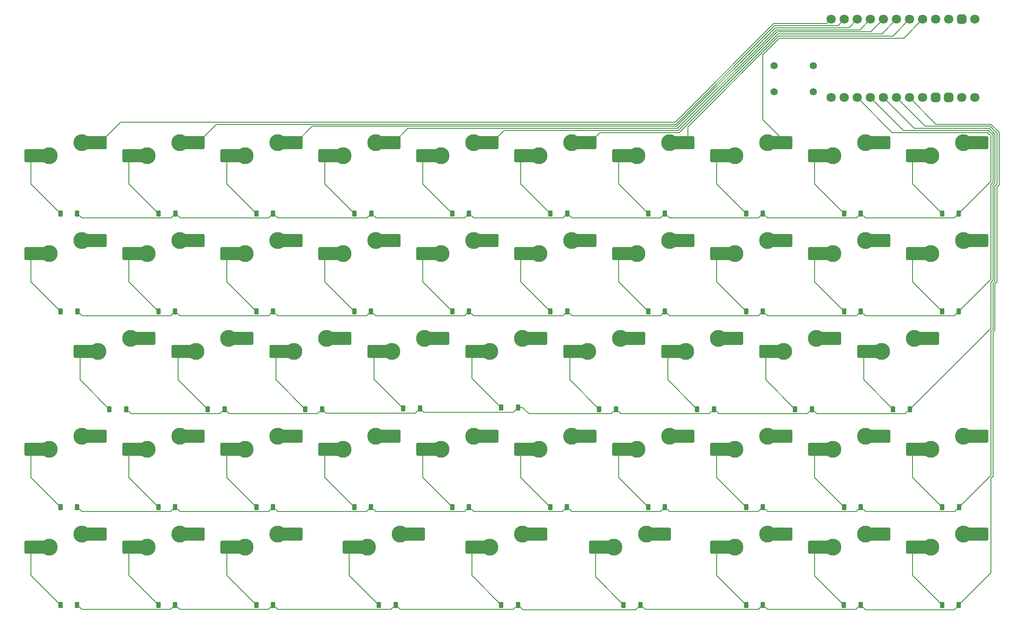
<source format=gbr>
%TF.GenerationSoftware,KiCad,Pcbnew,8.0.6*%
%TF.CreationDate,2024-11-21T10:17:36-07:00*%
%TF.ProjectId,newk-tabesque48,6e65776b-2d74-4616-9265-737175653438,rev?*%
%TF.SameCoordinates,Original*%
%TF.FileFunction,Copper,L2,Bot*%
%TF.FilePolarity,Positive*%
%FSLAX46Y46*%
G04 Gerber Fmt 4.6, Leading zero omitted, Abs format (unit mm)*
G04 Created by KiCad (PCBNEW 8.0.6) date 2024-11-21 10:17:36*
%MOMM*%
%LPD*%
G01*
G04 APERTURE LIST*
G04 Aperture macros list*
%AMRoundRect*
0 Rectangle with rounded corners*
0 $1 Rounding radius*
0 $2 $3 $4 $5 $6 $7 $8 $9 X,Y pos of 4 corners*
0 Add a 4 corners polygon primitive as box body*
4,1,4,$2,$3,$4,$5,$6,$7,$8,$9,$2,$3,0*
0 Add four circle primitives for the rounded corners*
1,1,$1+$1,$2,$3*
1,1,$1+$1,$4,$5*
1,1,$1+$1,$6,$7*
1,1,$1+$1,$8,$9*
0 Add four rect primitives between the rounded corners*
20,1,$1+$1,$2,$3,$4,$5,0*
20,1,$1+$1,$4,$5,$6,$7,0*
20,1,$1+$1,$6,$7,$8,$9,0*
20,1,$1+$1,$8,$9,$2,$3,0*%
G04 Aperture macros list end*
%TA.AperFunction,ComponentPad*%
%ADD10C,1.397000*%
%TD*%
%TA.AperFunction,ComponentPad*%
%ADD11C,1.800000*%
%TD*%
%TA.AperFunction,ComponentPad*%
%ADD12RoundRect,0.450000X-0.450000X0.450000X-0.450000X-0.450000X0.450000X-0.450000X0.450000X0.450000X0*%
%TD*%
%TA.AperFunction,ComponentPad*%
%ADD13C,3.300000*%
%TD*%
%TA.AperFunction,SMDPad,CuDef*%
%ADD14R,1.650000X2.500000*%
%TD*%
%TA.AperFunction,SMDPad,CuDef*%
%ADD15RoundRect,0.250000X1.025000X1.000000X-1.025000X1.000000X-1.025000X-1.000000X1.025000X-1.000000X0*%
%TD*%
%TA.AperFunction,SMDPad,CuDef*%
%ADD16RoundRect,0.225000X0.225000X0.375000X-0.225000X0.375000X-0.225000X-0.375000X0.225000X-0.375000X0*%
%TD*%
%TA.AperFunction,Conductor*%
%ADD17C,0.200000*%
%TD*%
G04 APERTURE END LIST*
D10*
%TO.P,SW1,1,1*%
%TO.N,RST*%
X206629000Y-37846000D03*
X214249000Y-37846000D03*
%TO.P,SW1,2,2*%
%TO.N,GND*%
X206629000Y-42926000D03*
X214249000Y-42926000D03*
%TD*%
D11*
%TO.P,U1,1,D3-TX*%
%TO.N,unconnected-(U1-D3-TX-Pad1)*%
X245681500Y-44100750D03*
%TO.P,U1,2,D2-RX*%
%TO.N,unconnected-(U1-D2-RX-Pad2)*%
X243141500Y-44100750D03*
D12*
%TO.P,U1,3,GND*%
%TO.N,GND*%
X240601500Y-44100750D03*
%TO.P,U1,4,GND*%
X238061500Y-44100750D03*
D11*
%TO.P,U1,5,D1*%
%TO.N,/col_tmo*%
X235521500Y-44100750D03*
%TO.P,U1,6,D0*%
%TO.N,/row4*%
X232981500Y-44100750D03*
%TO.P,U1,7,D4*%
%TO.N,/row3*%
X230441500Y-44100750D03*
%TO.P,U1,8,C6*%
%TO.N,/row2*%
X227901500Y-44100750D03*
%TO.P,U1,9,D7*%
%TO.N,/row1*%
X225361500Y-44100750D03*
%TO.P,U1,10,E6*%
%TO.N,/row0*%
X222821500Y-44100750D03*
%TO.P,U1,11,B4*%
%TO.N,/col0*%
X220281500Y-44100750D03*
%TO.P,U1,12,B5*%
%TO.N,/col1*%
X217741500Y-44100750D03*
%TO.P,U1,13,B0*%
%TO.N,unconnected-(U1-B0-Pad13)*%
X245681500Y-28860750D03*
D12*
%TO.P,U1,14,GND*%
%TO.N,GND*%
X243141500Y-28860750D03*
D11*
%TO.P,U1,15,RST*%
%TO.N,RST*%
X240601500Y-28860750D03*
%TO.P,U1,16,VCC*%
%TO.N,VCC*%
X238061500Y-28860750D03*
%TO.P,U1,17,F4*%
%TO.N,/col2*%
X235521500Y-28860750D03*
%TO.P,U1,18,F5*%
%TO.N,/col3*%
X232981500Y-28860750D03*
%TO.P,U1,19,F6*%
%TO.N,/col4*%
X230441500Y-28860750D03*
%TO.P,U1,20,F7*%
%TO.N,/col5*%
X227901500Y-28860750D03*
%TO.P,U1,21,B1*%
%TO.N,/col6*%
X225361500Y-28860750D03*
%TO.P,U1,22,B3*%
%TO.N,/col7*%
X222821500Y-28860750D03*
%TO.P,U1,23,B2*%
%TO.N,/col8*%
X220281500Y-28860750D03*
%TO.P,U1,24,B6*%
%TO.N,/col9*%
X217741500Y-28860750D03*
%TD*%
D13*
%TO.P,MX33,1,1*%
%TO.N,Net-(D33-A)*%
X179959000Y-112522000D03*
D14*
X178134000Y-112522000D03*
D15*
X176409000Y-112522000D03*
%TO.P,MX33,2,2*%
%TO.N,/col3*%
X189859000Y-109982000D03*
D14*
X188109000Y-109982000D03*
D13*
X186309000Y-109982000D03*
%TD*%
%TO.P,MX31,1,1*%
%TO.N,Net-(D31-A)*%
X218059000Y-112522000D03*
D14*
X216234000Y-112522000D03*
D15*
X214509000Y-112522000D03*
%TO.P,MX31,2,2*%
%TO.N,/col1*%
X227959000Y-109982000D03*
D14*
X226209000Y-109982000D03*
D13*
X224409000Y-109982000D03*
%TD*%
%TO.P,MX44,1,1*%
%TO.N,Net-(D44-A)*%
X151384000Y-131572000D03*
D14*
X149559000Y-131572000D03*
D15*
X147834000Y-131572000D03*
%TO.P,MX44,2,2*%
%TO.N,/col4*%
X161284000Y-129032000D03*
D14*
X159534000Y-129032000D03*
D13*
X157734000Y-129032000D03*
%TD*%
%TO.P,MX4,1,1*%
%TO.N,Net-(D4-A)*%
X179959000Y-55372000D03*
D14*
X178134000Y-55372000D03*
D15*
X176409000Y-55372000D03*
%TO.P,MX4,2,2*%
%TO.N,/col3*%
X189859000Y-52832000D03*
D14*
X188109000Y-52832000D03*
D13*
X186309000Y-52832000D03*
%TD*%
%TO.P,MX12,1,1*%
%TO.N,Net-(D12-A)*%
X218059000Y-74422000D03*
D14*
X216234000Y-74422000D03*
D15*
X214509000Y-74422000D03*
%TO.P,MX12,2,2*%
%TO.N,/col1*%
X227959000Y-71882000D03*
D14*
X226209000Y-71882000D03*
D13*
X224409000Y-71882000D03*
%TD*%
%TO.P,MX37,1,1*%
%TO.N,Net-(D37-A)*%
X103759000Y-112522000D03*
D14*
X101934000Y-112522000D03*
D15*
X100209000Y-112522000D03*
%TO.P,MX37,2,2*%
%TO.N,/col7*%
X113659000Y-109982000D03*
D14*
X111909000Y-109982000D03*
D13*
X110109000Y-109982000D03*
%TD*%
%TO.P,MX20,1,1*%
%TO.N,Net-(D20-A)*%
X65659000Y-74422000D03*
D14*
X63834000Y-74422000D03*
D15*
X62109000Y-74422000D03*
%TO.P,MX20,2,2*%
%TO.N,/col9*%
X75559000Y-71882000D03*
D14*
X73809000Y-71882000D03*
D13*
X72009000Y-71882000D03*
%TD*%
%TO.P,MX39,1,1*%
%TO.N,Net-(D39-A)*%
X65659000Y-112522000D03*
D14*
X63834000Y-112522000D03*
D15*
X62109000Y-112522000D03*
%TO.P,MX39,2,2*%
%TO.N,/col9*%
X75559000Y-109982000D03*
D14*
X73809000Y-109982000D03*
D13*
X72009000Y-109982000D03*
%TD*%
%TO.P,MX3,1,1*%
%TO.N,Net-(D3-A)*%
X199009000Y-55372000D03*
D14*
X197184000Y-55372000D03*
D15*
X195459000Y-55372000D03*
%TO.P,MX3,2,2*%
%TO.N,/col2*%
X208909000Y-52832000D03*
D14*
X207159000Y-52832000D03*
D13*
X205359000Y-52832000D03*
%TD*%
%TO.P,MX13,1,1*%
%TO.N,Net-(D13-A)*%
X199009000Y-74422000D03*
D14*
X197184000Y-74422000D03*
D15*
X195459000Y-74422000D03*
%TO.P,MX13,2,2*%
%TO.N,/col2*%
X208909000Y-71882000D03*
D14*
X207159000Y-71882000D03*
D13*
X205359000Y-71882000D03*
%TD*%
D16*
%TO.P,D32,1,K*%
%TO.N,/row3*%
X204469000Y-123793250D03*
%TO.P,D32,2,A*%
%TO.N,Net-(D32-A)*%
X201169000Y-123793250D03*
%TD*%
%TO.P,D31,1,K*%
%TO.N,/row3*%
X223519000Y-123793250D03*
%TO.P,D31,2,A*%
%TO.N,Net-(D31-A)*%
X220219000Y-123793250D03*
%TD*%
D13*
%TO.P,MX2,1,1*%
%TO.N,Net-(D2-A)*%
X218059000Y-55372000D03*
D14*
X216234000Y-55372000D03*
D15*
X214509000Y-55372000D03*
%TO.P,MX2,2,2*%
%TO.N,/col1*%
X227959000Y-52832000D03*
D14*
X226209000Y-52832000D03*
D13*
X224409000Y-52832000D03*
%TD*%
D16*
%TO.P,D47,1,K*%
%TO.N,/row4*%
X90169000Y-142843250D03*
%TO.P,D47,2,A*%
%TO.N,Net-(D47-A)*%
X86869000Y-142843250D03*
%TD*%
D13*
%TO.P,MX7,1,1*%
%TO.N,Net-(D7-A)*%
X122809000Y-55372000D03*
D14*
X120984000Y-55372000D03*
D15*
X119259000Y-55372000D03*
%TO.P,MX7,2,2*%
%TO.N,/col6*%
X132709000Y-52832000D03*
D14*
X130959000Y-52832000D03*
D13*
X129159000Y-52832000D03*
%TD*%
D16*
%TO.P,D36,1,K*%
%TO.N,/row3*%
X128269000Y-123793250D03*
%TO.P,D36,2,A*%
%TO.N,Net-(D36-A)*%
X124969000Y-123793250D03*
%TD*%
%TO.P,D15,1,K*%
%TO.N,/row1*%
X166431500Y-85693250D03*
%TO.P,D15,2,A*%
%TO.N,Net-(D15-A)*%
X163131500Y-85693250D03*
%TD*%
D13*
%TO.P,MX1,1,1*%
%TO.N,Net-(D1-A)*%
X237109000Y-55372000D03*
D14*
X235284000Y-55372000D03*
D15*
X233559000Y-55372000D03*
%TO.P,MX1,2,2*%
%TO.N,/col0*%
X247009000Y-52832000D03*
D14*
X245259000Y-52832000D03*
D13*
X243459000Y-52832000D03*
%TD*%
%TO.P,MX19,1,1*%
%TO.N,Net-(D19-A)*%
X84709000Y-74422000D03*
D14*
X82884000Y-74422000D03*
D15*
X81159000Y-74422000D03*
%TO.P,MX19,2,2*%
%TO.N,/col8*%
X94609000Y-71882000D03*
D14*
X92859000Y-71882000D03*
D13*
X91059000Y-71882000D03*
%TD*%
D16*
%TO.P,D6,1,K*%
%TO.N,/row0*%
X147319000Y-66643250D03*
%TO.P,D6,2,A*%
%TO.N,Net-(D6-A)*%
X144019000Y-66643250D03*
%TD*%
%TO.P,D5,1,K*%
%TO.N,/row0*%
X166431500Y-66643250D03*
%TO.P,D5,2,A*%
%TO.N,Net-(D5-A)*%
X163131500Y-66643250D03*
%TD*%
D13*
%TO.P,MX40,1,1*%
%TO.N,Net-(D40-A)*%
X237109000Y-131572000D03*
D14*
X235284000Y-131572000D03*
D15*
X233559000Y-131572000D03*
%TO.P,MX40,2,2*%
%TO.N,/col0*%
X247009000Y-129032000D03*
D14*
X245259000Y-129032000D03*
D13*
X243459000Y-129032000D03*
%TD*%
%TO.P,MX36,1,1*%
%TO.N,Net-(D36-A)*%
X122809000Y-112522000D03*
D14*
X120984000Y-112522000D03*
D15*
X119259000Y-112522000D03*
%TO.P,MX36,2,2*%
%TO.N,/col6*%
X132709000Y-109982000D03*
D14*
X130959000Y-109982000D03*
D13*
X129159000Y-109982000D03*
%TD*%
%TO.P,MX46,1,1*%
%TO.N,Net-(D46-A)*%
X103759000Y-131572000D03*
D14*
X101934000Y-131572000D03*
D15*
X100209000Y-131572000D03*
%TO.P,MX46,2,2*%
%TO.N,/col6*%
X113659000Y-129032000D03*
D14*
X111909000Y-129032000D03*
D13*
X110109000Y-129032000D03*
%TD*%
%TO.P,MX16,1,1*%
%TO.N,Net-(D16-A)*%
X141859000Y-74422000D03*
D14*
X140034000Y-74422000D03*
D15*
X138309000Y-74422000D03*
%TO.P,MX16,2,2*%
%TO.N,/col5*%
X151759000Y-71882000D03*
D14*
X150009000Y-71882000D03*
D13*
X148209000Y-71882000D03*
%TD*%
%TO.P,MX41,1,1*%
%TO.N,Net-(D41-A)*%
X218059000Y-131572000D03*
D14*
X216234000Y-131572000D03*
D15*
X214509000Y-131572000D03*
%TO.P,MX41,2,2*%
%TO.N,/col1*%
X227959000Y-129032000D03*
D14*
X226209000Y-129032000D03*
D13*
X224409000Y-129032000D03*
%TD*%
%TO.P,MX17,1,1*%
%TO.N,Net-(D17-A)*%
X122809000Y-74422000D03*
D14*
X120984000Y-74422000D03*
D15*
X119259000Y-74422000D03*
%TO.P,MX17,2,2*%
%TO.N,/col6*%
X132709000Y-71882000D03*
D14*
X130959000Y-71882000D03*
D13*
X129159000Y-71882000D03*
%TD*%
D16*
%TO.P,D9,1,K*%
%TO.N,/row0*%
X90231500Y-66643250D03*
%TO.P,D9,2,A*%
%TO.N,Net-(D9-A)*%
X86931500Y-66643250D03*
%TD*%
D13*
%TO.P,MX9,1,1*%
%TO.N,Net-(D9-A)*%
X84709000Y-55372000D03*
D14*
X82884000Y-55372000D03*
D15*
X81159000Y-55372000D03*
%TO.P,MX9,2,2*%
%TO.N,/col8*%
X94609000Y-52832000D03*
D14*
X92859000Y-52832000D03*
D13*
X91059000Y-52832000D03*
%TD*%
D16*
%TO.P,D43,1,K*%
%TO.N,/row4*%
X180656500Y-142843250D03*
%TO.P,D43,2,A*%
%TO.N,Net-(D43-A)*%
X177356500Y-142843250D03*
%TD*%
D13*
%TO.P,MX25,1,1*%
%TO.N,Net-(D25-A)*%
X151384000Y-93472000D03*
D14*
X149559000Y-93472000D03*
D15*
X147834000Y-93472000D03*
%TO.P,MX25,2,2*%
%TO.N,/col4*%
X161284000Y-90932000D03*
D14*
X159534000Y-90932000D03*
D13*
X157734000Y-90932000D03*
%TD*%
D16*
%TO.P,D39,1,K*%
%TO.N,/row3*%
X71119000Y-123793250D03*
%TO.P,D39,2,A*%
%TO.N,Net-(D39-A)*%
X67819000Y-123793250D03*
%TD*%
D13*
%TO.P,MX10,1,1*%
%TO.N,Net-(D10-A)*%
X65659000Y-55372000D03*
D14*
X63834000Y-55372000D03*
D15*
X62109000Y-55372000D03*
%TO.P,MX10,2,2*%
%TO.N,/col9*%
X75559000Y-52832000D03*
D14*
X73809000Y-52832000D03*
D13*
X72009000Y-52832000D03*
%TD*%
D16*
%TO.P,D19,1,K*%
%TO.N,/row1*%
X90169000Y-85693250D03*
%TO.P,D19,2,A*%
%TO.N,Net-(D19-A)*%
X86869000Y-85693250D03*
%TD*%
%TO.P,D42,1,K*%
%TO.N,/row4*%
X204469000Y-142843250D03*
%TO.P,D42,2,A*%
%TO.N,Net-(D42-A)*%
X201169000Y-142843250D03*
%TD*%
%TO.P,D4,1,K*%
%TO.N,/row0*%
X185419000Y-66643250D03*
%TO.P,D4,2,A*%
%TO.N,Net-(D4-A)*%
X182119000Y-66643250D03*
%TD*%
D13*
%TO.P,MX5,1,1*%
%TO.N,Net-(D5-A)*%
X160909000Y-55372000D03*
D14*
X159084000Y-55372000D03*
D15*
X157359000Y-55372000D03*
%TO.P,MX5,2,2*%
%TO.N,/col4*%
X170809000Y-52832000D03*
D14*
X169059000Y-52832000D03*
D13*
X167259000Y-52832000D03*
%TD*%
%TO.P,MX23,1,1*%
%TO.N,Net-(D23-A)*%
X189484000Y-93472000D03*
D14*
X187659000Y-93472000D03*
D15*
X185934000Y-93472000D03*
%TO.P,MX23,2,2*%
%TO.N,/col2*%
X199384000Y-90932000D03*
D14*
X197634000Y-90932000D03*
D13*
X195834000Y-90932000D03*
%TD*%
D16*
%TO.P,D24,1,K*%
%TO.N,/row2*%
X175894000Y-104743250D03*
%TO.P,D24,2,A*%
%TO.N,Net-(D24-A)*%
X172594000Y-104743250D03*
%TD*%
%TO.P,D12,1,K*%
%TO.N,/row1*%
X223519000Y-85693250D03*
%TO.P,D12,2,A*%
%TO.N,Net-(D12-A)*%
X220219000Y-85693250D03*
%TD*%
%TO.P,D17,1,K*%
%TO.N,/row1*%
X128269000Y-85693250D03*
%TO.P,D17,2,A*%
%TO.N,Net-(D17-A)*%
X124969000Y-85693250D03*
%TD*%
%TO.P,D8,1,K*%
%TO.N,/row0*%
X109219000Y-66643250D03*
%TO.P,D8,2,A*%
%TO.N,Net-(D8-A)*%
X105919000Y-66643250D03*
%TD*%
D13*
%TO.P,MX24,1,1*%
%TO.N,Net-(D24-A)*%
X170434000Y-93472000D03*
D14*
X168609000Y-93472000D03*
D15*
X166884000Y-93472000D03*
%TO.P,MX24,2,2*%
%TO.N,/col3*%
X180334000Y-90932000D03*
D14*
X178584000Y-90932000D03*
D13*
X176784000Y-90932000D03*
%TD*%
%TO.P,MX27,1,1*%
%TO.N,Net-(D27-A)*%
X113284000Y-93472000D03*
D14*
X111459000Y-93472000D03*
D15*
X109734000Y-93472000D03*
%TO.P,MX27,2,2*%
%TO.N,/col6*%
X123184000Y-90932000D03*
D14*
X121434000Y-90932000D03*
D13*
X119634000Y-90932000D03*
%TD*%
D16*
%TO.P,D13,1,K*%
%TO.N,/row1*%
X204469000Y-85693250D03*
%TO.P,D13,2,A*%
%TO.N,Net-(D13-A)*%
X201169000Y-85693250D03*
%TD*%
%TO.P,D7,1,K*%
%TO.N,/row0*%
X128331500Y-66643250D03*
%TO.P,D7,2,A*%
%TO.N,Net-(D7-A)*%
X125031500Y-66643250D03*
%TD*%
%TO.P,D30,1,K*%
%TO.N,/row3*%
X242631500Y-123793250D03*
%TO.P,D30,2,A*%
%TO.N,Net-(D30-A)*%
X239331500Y-123793250D03*
%TD*%
%TO.P,D2,1,K*%
%TO.N,/row0*%
X223519000Y-66643250D03*
%TO.P,D2,2,A*%
%TO.N,Net-(D2-A)*%
X220219000Y-66643250D03*
%TD*%
%TO.P,D1,1,K*%
%TO.N,/row0*%
X242569000Y-66643250D03*
%TO.P,D1,2,A*%
%TO.N,Net-(D1-A)*%
X239269000Y-66643250D03*
%TD*%
%TO.P,D41,1,K*%
%TO.N,/row4*%
X223456500Y-142843250D03*
%TO.P,D41,2,A*%
%TO.N,Net-(D41-A)*%
X220156500Y-142843250D03*
%TD*%
D13*
%TO.P,MX47,1,1*%
%TO.N,Net-(D47-A)*%
X84709000Y-131572000D03*
D14*
X82884000Y-131572000D03*
D15*
X81159000Y-131572000D03*
%TO.P,MX47,2,2*%
%TO.N,/col7*%
X94609000Y-129032000D03*
D14*
X92859000Y-129032000D03*
D13*
X91059000Y-129032000D03*
%TD*%
%TO.P,MX30,1,1*%
%TO.N,Net-(D30-A)*%
X237109000Y-112522000D03*
D14*
X235284000Y-112522000D03*
D15*
X233559000Y-112522000D03*
%TO.P,MX30,2,2*%
%TO.N,/col0*%
X247009000Y-109982000D03*
D14*
X245259000Y-109982000D03*
D13*
X243459000Y-109982000D03*
%TD*%
%TO.P,MX14,1,1*%
%TO.N,Net-(D14-A)*%
X179959000Y-74422000D03*
D14*
X178134000Y-74422000D03*
D15*
X176409000Y-74422000D03*
%TO.P,MX14,2,2*%
%TO.N,/col3*%
X189859000Y-71882000D03*
D14*
X188109000Y-71882000D03*
D13*
X186309000Y-71882000D03*
%TD*%
D16*
%TO.P,D35,1,K*%
%TO.N,/row3*%
X147319000Y-123793250D03*
%TO.P,D35,2,A*%
%TO.N,Net-(D35-A)*%
X144019000Y-123793250D03*
%TD*%
D13*
%TO.P,MX11,1,1*%
%TO.N,Net-(D11-A)*%
X237109000Y-74422000D03*
D14*
X235284000Y-74422000D03*
D15*
X233559000Y-74422000D03*
%TO.P,MX11,2,2*%
%TO.N,/col0*%
X247009000Y-71882000D03*
D14*
X245259000Y-71882000D03*
D13*
X243459000Y-71882000D03*
%TD*%
%TO.P,MX22,1,1*%
%TO.N,Net-(D22-A)*%
X208534000Y-93472000D03*
D14*
X206709000Y-93472000D03*
D15*
X204984000Y-93472000D03*
%TO.P,MX22,2,2*%
%TO.N,/col1*%
X218434000Y-90932000D03*
D14*
X216684000Y-90932000D03*
D13*
X214884000Y-90932000D03*
%TD*%
D16*
%TO.P,D38,1,K*%
%TO.N,/row3*%
X90169000Y-123793250D03*
%TO.P,D38,2,A*%
%TO.N,Net-(D38-A)*%
X86869000Y-123793250D03*
%TD*%
%TO.P,D48,1,K*%
%TO.N,/row4*%
X71119000Y-142843250D03*
%TO.P,D48,2,A*%
%TO.N,Net-(D48-A)*%
X67819000Y-142843250D03*
%TD*%
D13*
%TO.P,MX15,1,1*%
%TO.N,Net-(D15-A)*%
X160909000Y-74422000D03*
D14*
X159084000Y-74422000D03*
D15*
X157359000Y-74422000D03*
%TO.P,MX15,2,2*%
%TO.N,/col4*%
X170809000Y-71882000D03*
D14*
X169059000Y-71882000D03*
D13*
X167259000Y-71882000D03*
%TD*%
%TO.P,MX43,1,1*%
%TO.N,Net-(D43-A)*%
X175434000Y-131572000D03*
D14*
X173609000Y-131572000D03*
D15*
X171884000Y-131572000D03*
%TO.P,MX43,2,2*%
%TO.N,/col3*%
X185334000Y-129032000D03*
D14*
X183584000Y-129032000D03*
D13*
X181784000Y-129032000D03*
%TD*%
%TO.P,MX35,1,1*%
%TO.N,Net-(D35-A)*%
X141859000Y-112522000D03*
D14*
X140034000Y-112522000D03*
D15*
X138309000Y-112522000D03*
%TO.P,MX35,2,2*%
%TO.N,/col5*%
X151759000Y-109982000D03*
D14*
X150009000Y-109982000D03*
D13*
X148209000Y-109982000D03*
%TD*%
D16*
%TO.P,D16,1,K*%
%TO.N,/row1*%
X147319000Y-85693250D03*
%TO.P,D16,2,A*%
%TO.N,Net-(D16-A)*%
X144019000Y-85693250D03*
%TD*%
%TO.P,D37,1,K*%
%TO.N,/row3*%
X109219000Y-123793250D03*
%TO.P,D37,2,A*%
%TO.N,Net-(D37-A)*%
X105919000Y-123793250D03*
%TD*%
%TO.P,D34,1,K*%
%TO.N,/row3*%
X166369000Y-123793250D03*
%TO.P,D34,2,A*%
%TO.N,Net-(D34-A)*%
X163069000Y-123793250D03*
%TD*%
%TO.P,D44,1,K*%
%TO.N,/row4*%
X156844000Y-142843250D03*
%TO.P,D44,2,A*%
%TO.N,Net-(D44-A)*%
X153544000Y-142843250D03*
%TD*%
%TO.P,D29,1,K*%
%TO.N,/row2*%
X80644000Y-104743250D03*
%TO.P,D29,2,A*%
%TO.N,Net-(D29-A)*%
X77344000Y-104743250D03*
%TD*%
%TO.P,D40,1,K*%
%TO.N,/row4*%
X242569000Y-142843250D03*
%TO.P,D40,2,A*%
%TO.N,Net-(D40-A)*%
X239269000Y-142843250D03*
%TD*%
%TO.P,D20,1,K*%
%TO.N,/row1*%
X71181500Y-85693250D03*
%TO.P,D20,2,A*%
%TO.N,Net-(D20-A)*%
X67881500Y-85693250D03*
%TD*%
D13*
%TO.P,MX29,1,1*%
%TO.N,Net-(D29-A)*%
X75184000Y-93472000D03*
D14*
X73359000Y-93472000D03*
D15*
X71634000Y-93472000D03*
%TO.P,MX29,2,2*%
%TO.N,/col8*%
X85084000Y-90932000D03*
D14*
X83334000Y-90932000D03*
D13*
X81534000Y-90932000D03*
%TD*%
D16*
%TO.P,D23,1,K*%
%TO.N,/row2*%
X194944000Y-104743250D03*
%TO.P,D23,2,A*%
%TO.N,Net-(D23-A)*%
X191644000Y-104743250D03*
%TD*%
D13*
%TO.P,MX34,1,1*%
%TO.N,Net-(D34-A)*%
X160909000Y-112522000D03*
D14*
X159084000Y-112522000D03*
D15*
X157359000Y-112522000D03*
%TO.P,MX34,2,2*%
%TO.N,/col4*%
X170809000Y-109982000D03*
D14*
X169059000Y-109982000D03*
D13*
X167259000Y-109982000D03*
%TD*%
D16*
%TO.P,D21,1,K*%
%TO.N,/row2*%
X233044000Y-104743250D03*
%TO.P,D21,2,A*%
%TO.N,Net-(D21-A)*%
X229744000Y-104743250D03*
%TD*%
D13*
%TO.P,MX8,1,1*%
%TO.N,Net-(D8-A)*%
X103759000Y-55372000D03*
D14*
X101934000Y-55372000D03*
D15*
X100209000Y-55372000D03*
%TO.P,MX8,2,2*%
%TO.N,/col7*%
X113659000Y-52832000D03*
D14*
X111909000Y-52832000D03*
D13*
X110109000Y-52832000D03*
%TD*%
D16*
%TO.P,D18,1,K*%
%TO.N,/row1*%
X109219000Y-85693250D03*
%TO.P,D18,2,A*%
%TO.N,Net-(D18-A)*%
X105919000Y-85693250D03*
%TD*%
%TO.P,D25,1,K*%
%TO.N,/row2*%
X156844000Y-104425750D03*
%TO.P,D25,2,A*%
%TO.N,Net-(D25-A)*%
X153544000Y-104425750D03*
%TD*%
%TO.P,D26,1,K*%
%TO.N,/row2*%
X137794000Y-104637000D03*
%TO.P,D26,2,A*%
%TO.N,Net-(D26-A)*%
X134494000Y-104637000D03*
%TD*%
D13*
%TO.P,MX26,1,1*%
%TO.N,Net-(D26-A)*%
X132334000Y-93472000D03*
D14*
X130509000Y-93472000D03*
D15*
X128784000Y-93472000D03*
%TO.P,MX26,2,2*%
%TO.N,/col5*%
X142234000Y-90932000D03*
D14*
X140484000Y-90932000D03*
D13*
X138684000Y-90932000D03*
%TD*%
D16*
%TO.P,D27,1,K*%
%TO.N,/row2*%
X118744000Y-104743250D03*
%TO.P,D27,2,A*%
%TO.N,Net-(D27-A)*%
X115444000Y-104743250D03*
%TD*%
D13*
%TO.P,MX48,1,1*%
%TO.N,Net-(D48-A)*%
X65659000Y-131572000D03*
D14*
X63834000Y-131572000D03*
D15*
X62109000Y-131572000D03*
%TO.P,MX48,2,2*%
%TO.N,/col8*%
X75559000Y-129032000D03*
D14*
X73809000Y-129032000D03*
D13*
X72009000Y-129032000D03*
%TD*%
%TO.P,MX6,1,1*%
%TO.N,Net-(D6-A)*%
X141859000Y-55372000D03*
D14*
X140034000Y-55372000D03*
D15*
X138309000Y-55372000D03*
%TO.P,MX6,2,2*%
%TO.N,/col5*%
X151759000Y-52832000D03*
D14*
X150009000Y-52832000D03*
D13*
X148209000Y-52832000D03*
%TD*%
%TO.P,MX28,1,1*%
%TO.N,Net-(D28-A)*%
X94234000Y-93472000D03*
D14*
X92409000Y-93472000D03*
D15*
X90684000Y-93472000D03*
%TO.P,MX28,2,2*%
%TO.N,/col7*%
X104134000Y-90932000D03*
D14*
X102384000Y-90932000D03*
D13*
X100584000Y-90932000D03*
%TD*%
%TO.P,MX38,1,1*%
%TO.N,Net-(D38-A)*%
X84709000Y-112522000D03*
D14*
X82884000Y-112522000D03*
D15*
X81159000Y-112522000D03*
%TO.P,MX38,2,2*%
%TO.N,/col8*%
X94609000Y-109982000D03*
D14*
X92859000Y-109982000D03*
D13*
X91059000Y-109982000D03*
%TD*%
D16*
%TO.P,D45,1,K*%
%TO.N,/row4*%
X133031500Y-142843250D03*
%TO.P,D45,2,A*%
%TO.N,Net-(D45-A)*%
X129731500Y-142843250D03*
%TD*%
%TO.P,D3,1,K*%
%TO.N,/row0*%
X204469000Y-66643250D03*
%TO.P,D3,2,A*%
%TO.N,Net-(D3-A)*%
X201169000Y-66643250D03*
%TD*%
D13*
%TO.P,MX18,1,1*%
%TO.N,Net-(D18-A)*%
X103759000Y-74422000D03*
D14*
X101934000Y-74422000D03*
D15*
X100209000Y-74422000D03*
%TO.P,MX18,2,2*%
%TO.N,/col7*%
X113659000Y-71882000D03*
D14*
X111909000Y-71882000D03*
D13*
X110109000Y-71882000D03*
%TD*%
D16*
%TO.P,D33,1,K*%
%TO.N,/row3*%
X185419000Y-123793250D03*
%TO.P,D33,2,A*%
%TO.N,Net-(D33-A)*%
X182119000Y-123793250D03*
%TD*%
%TO.P,D10,1,K*%
%TO.N,/row0*%
X71119000Y-66643250D03*
%TO.P,D10,2,A*%
%TO.N,Net-(D10-A)*%
X67819000Y-66643250D03*
%TD*%
%TO.P,D46,1,K*%
%TO.N,/row4*%
X109219000Y-142843250D03*
%TO.P,D46,2,A*%
%TO.N,Net-(D46-A)*%
X105919000Y-142843250D03*
%TD*%
%TO.P,D22,1,K*%
%TO.N,/row2*%
X213994000Y-104743250D03*
%TO.P,D22,2,A*%
%TO.N,Net-(D22-A)*%
X210694000Y-104743250D03*
%TD*%
D13*
%TO.P,MX45,1,1*%
%TO.N,Net-(D45-A)*%
X127571500Y-131572000D03*
D14*
X125746500Y-131572000D03*
D15*
X124021500Y-131572000D03*
%TO.P,MX45,2,2*%
%TO.N,/col5*%
X137471500Y-129032000D03*
D14*
X135721500Y-129032000D03*
D13*
X133921500Y-129032000D03*
%TD*%
D16*
%TO.P,D28,1,K*%
%TO.N,/row2*%
X99756500Y-104743250D03*
%TO.P,D28,2,A*%
%TO.N,Net-(D28-A)*%
X96456500Y-104743250D03*
%TD*%
D13*
%TO.P,MX32,1,1*%
%TO.N,Net-(D32-A)*%
X199009000Y-112522000D03*
D14*
X197184000Y-112522000D03*
D15*
X195459000Y-112522000D03*
%TO.P,MX32,2,2*%
%TO.N,/col2*%
X208909000Y-109982000D03*
D14*
X207159000Y-109982000D03*
D13*
X205359000Y-109982000D03*
%TD*%
%TO.P,MX21,1,1*%
%TO.N,Net-(D21-A)*%
X227584000Y-93472000D03*
D14*
X225759000Y-93472000D03*
D15*
X224034000Y-93472000D03*
%TO.P,MX21,2,2*%
%TO.N,/col0*%
X237484000Y-90932000D03*
D14*
X235734000Y-90932000D03*
D13*
X233934000Y-90932000D03*
%TD*%
D16*
%TO.P,D11,1,K*%
%TO.N,/row1*%
X242569000Y-85693250D03*
%TO.P,D11,2,A*%
%TO.N,Net-(D11-A)*%
X239269000Y-85693250D03*
%TD*%
D13*
%TO.P,MX42,1,1*%
%TO.N,Net-(D42-A)*%
X199009000Y-131572000D03*
D14*
X197184000Y-131572000D03*
D15*
X195459000Y-131572000D03*
%TO.P,MX42,2,2*%
%TO.N,/col2*%
X208909000Y-129032000D03*
D14*
X207159000Y-129032000D03*
D13*
X205359000Y-129032000D03*
%TD*%
D16*
%TO.P,D14,1,K*%
%TO.N,/row1*%
X185419000Y-85693250D03*
%TO.P,D14,2,A*%
%TO.N,Net-(D14-A)*%
X182119000Y-85693250D03*
%TD*%
D17*
%TO.N,/col4*%
X172759000Y-50882000D02*
X170809000Y-52832000D01*
X188201314Y-50882000D02*
X172759000Y-50882000D01*
X207384314Y-31699000D02*
X188201314Y-50882000D01*
X227603250Y-31699000D02*
X207384314Y-31699000D01*
X230441500Y-28860750D02*
X227603250Y-31699000D01*
%TO.N,/col5*%
X154109000Y-50482000D02*
X151759000Y-52832000D01*
X188035628Y-50482000D02*
X154109000Y-50482000D01*
X225463250Y-31299000D02*
X207218628Y-31299000D01*
X227901500Y-28860750D02*
X225463250Y-31299000D01*
X207218628Y-31299000D02*
X188035628Y-50482000D01*
%TO.N,/col6*%
X135459000Y-50082000D02*
X132709000Y-52832000D01*
X207052942Y-30899000D02*
X187869942Y-50082000D01*
X223323250Y-30899000D02*
X207052942Y-30899000D01*
X225361500Y-28860750D02*
X223323250Y-30899000D01*
X187869942Y-50082000D02*
X135459000Y-50082000D01*
%TO.N,/col7*%
X206652942Y-30733315D02*
X187704257Y-49682000D01*
X206887256Y-30499000D02*
X206652942Y-30733315D01*
X187704257Y-49682000D02*
X116809000Y-49682000D01*
X221183250Y-30499000D02*
X206887256Y-30499000D01*
X116809000Y-49682000D02*
X113659000Y-52832000D01*
X222821500Y-28860750D02*
X221183250Y-30499000D01*
%TO.N,/col8*%
X98159000Y-49282000D02*
X94609000Y-52832000D01*
X187538571Y-49282000D02*
X98159000Y-49282000D01*
X206721571Y-30099000D02*
X187538571Y-49282000D01*
X219043250Y-30099000D02*
X206721571Y-30099000D01*
X220281500Y-28860750D02*
X219043250Y-30099000D01*
%TO.N,/col9*%
X79509000Y-48882000D02*
X75559000Y-52832000D01*
X187372885Y-48882000D02*
X79509000Y-48882000D01*
X206555885Y-29699000D02*
X187372885Y-48882000D01*
X217741500Y-28860750D02*
X216903250Y-29699000D01*
X216903250Y-29699000D02*
X206555885Y-29699000D01*
%TO.N,Net-(D40-A)*%
X233559000Y-137133250D02*
X239269000Y-142843250D01*
X233559000Y-131572000D02*
X233559000Y-137133250D01*
%TO.N,Net-(D41-A)*%
X214509000Y-137195750D02*
X220156500Y-142843250D01*
X214509000Y-131572000D02*
X214509000Y-137195750D01*
%TO.N,Net-(D42-A)*%
X195459000Y-131572000D02*
X195459000Y-137133250D01*
X195459000Y-137133250D02*
X201169000Y-142843250D01*
%TO.N,Net-(D43-A)*%
X171884000Y-137370750D02*
X177356500Y-142843250D01*
X171884000Y-131572000D02*
X171884000Y-137370750D01*
%TO.N,/row0*%
X223519000Y-66643250D02*
X224419000Y-67543250D01*
X222821500Y-44100750D02*
X229602750Y-50882000D01*
X72019000Y-67543250D02*
X89331500Y-67543250D01*
X89331500Y-67543250D02*
X90231500Y-66643250D01*
X129231500Y-67543250D02*
X146419000Y-67543250D01*
X203569000Y-67543250D02*
X204469000Y-66643250D01*
X127431500Y-67543250D02*
X128331500Y-66643250D01*
X186319000Y-67543250D02*
X203569000Y-67543250D01*
X165531500Y-67543250D02*
X166431500Y-66643250D01*
X167331500Y-67543250D02*
X184519000Y-67543250D01*
X204469000Y-66643250D02*
X205369000Y-67543250D01*
X148219000Y-67543250D02*
X165531500Y-67543250D01*
X184519000Y-67543250D02*
X185419000Y-66643250D01*
X222619000Y-67543250D02*
X223519000Y-66643250D01*
X90231500Y-66643250D02*
X91131500Y-67543250D01*
X166431500Y-66643250D02*
X167331500Y-67543250D01*
X205369000Y-67543250D02*
X222619000Y-67543250D01*
X109219000Y-66643250D02*
X110119000Y-67543250D01*
X108319000Y-67543250D02*
X109219000Y-66643250D01*
X71119000Y-66643250D02*
X72019000Y-67543250D01*
X91131500Y-67543250D02*
X108319000Y-67543250D01*
X146419000Y-67543250D02*
X147319000Y-66643250D01*
X224419000Y-67543250D02*
X241669000Y-67543250D01*
X185419000Y-66643250D02*
X186319000Y-67543250D01*
X248793000Y-60419250D02*
X242569000Y-66643250D01*
X110119000Y-67543250D02*
X127431500Y-67543250D01*
X248124628Y-50882000D02*
X248793000Y-51550372D01*
X128331500Y-66643250D02*
X129231500Y-67543250D01*
X248793000Y-51550372D02*
X248793000Y-60419250D01*
X229602750Y-50882000D02*
X248124628Y-50882000D01*
X241669000Y-67543250D02*
X242569000Y-66643250D01*
X147319000Y-66643250D02*
X148219000Y-67543250D01*
%TO.N,Net-(D1-A)*%
X233559000Y-60933250D02*
X239269000Y-66643250D01*
X233559000Y-55372000D02*
X233559000Y-60933250D01*
%TO.N,Net-(D2-A)*%
X214509000Y-55372000D02*
X214509000Y-60933250D01*
X214509000Y-60933250D02*
X220219000Y-66643250D01*
%TO.N,Net-(D3-A)*%
X195459000Y-60933250D02*
X201169000Y-66643250D01*
X195459000Y-55372000D02*
X195459000Y-60933250D01*
%TO.N,Net-(D4-A)*%
X176409000Y-55372000D02*
X176409000Y-60933250D01*
X176409000Y-60933250D02*
X182119000Y-66643250D01*
%TO.N,Net-(D5-A)*%
X157359000Y-60870750D02*
X163131500Y-66643250D01*
X157359000Y-55372000D02*
X157359000Y-60870750D01*
%TO.N,Net-(D6-A)*%
X138309000Y-60933250D02*
X144019000Y-66643250D01*
X138309000Y-55372000D02*
X138309000Y-60933250D01*
%TO.N,Net-(D7-A)*%
X119259000Y-55372000D02*
X119259000Y-60870750D01*
X119259000Y-60870750D02*
X125031500Y-66643250D01*
%TO.N,Net-(D8-A)*%
X100209000Y-55372000D02*
X100209000Y-60933250D01*
X100209000Y-60933250D02*
X105919000Y-66643250D01*
%TO.N,Net-(D9-A)*%
X81159000Y-55372000D02*
X81159000Y-60870750D01*
X81159000Y-60870750D02*
X86931500Y-66643250D01*
%TO.N,Net-(D10-A)*%
X62109000Y-60933250D02*
X67819000Y-66643250D01*
X62109000Y-55372000D02*
X62109000Y-60933250D01*
%TO.N,Net-(D11-A)*%
X233559000Y-79983250D02*
X239269000Y-85693250D01*
X233559000Y-74422000D02*
X233559000Y-79983250D01*
%TO.N,/row1*%
X147319000Y-85693250D02*
X146419000Y-86593250D01*
X231742750Y-50482000D02*
X248290314Y-50482000D01*
X146419000Y-86593250D02*
X129169000Y-86593250D01*
X185419000Y-85693250D02*
X184519000Y-86593250D01*
X108319000Y-86593250D02*
X91069000Y-86593250D01*
X248290314Y-50482000D02*
X249193000Y-51384686D01*
X72081500Y-86593250D02*
X71181500Y-85693250D01*
X90169000Y-85693250D02*
X89269000Y-86593250D01*
X241669000Y-86593250D02*
X224419000Y-86593250D01*
X242569000Y-85693250D02*
X241669000Y-86593250D01*
X249193000Y-60584936D02*
X248793000Y-60984936D01*
X225361500Y-44100750D02*
X231742750Y-50482000D01*
X109219000Y-85693250D02*
X108319000Y-86593250D01*
X91069000Y-86593250D02*
X90169000Y-85693250D01*
X203569000Y-86593250D02*
X186319000Y-86593250D01*
X110119000Y-86593250D02*
X109219000Y-85693250D01*
X167331500Y-86593250D02*
X166431500Y-85693250D01*
X165531500Y-86593250D02*
X148219000Y-86593250D01*
X128269000Y-85693250D02*
X127369000Y-86593250D01*
X248793000Y-60984936D02*
X248793000Y-79469250D01*
X127369000Y-86593250D02*
X110119000Y-86593250D01*
X166431500Y-85693250D02*
X165531500Y-86593250D01*
X205369000Y-86593250D02*
X204469000Y-85693250D01*
X184519000Y-86593250D02*
X167331500Y-86593250D01*
X248793000Y-79469250D02*
X242569000Y-85693250D01*
X186319000Y-86593250D02*
X185419000Y-85693250D01*
X89269000Y-86593250D02*
X72081500Y-86593250D01*
X148219000Y-86593250D02*
X147319000Y-85693250D01*
X223519000Y-85693250D02*
X222619000Y-86593250D01*
X129169000Y-86593250D02*
X128269000Y-85693250D01*
X222619000Y-86593250D02*
X205369000Y-86593250D01*
X249193000Y-51384686D02*
X249193000Y-60584936D01*
X204469000Y-85693250D02*
X203569000Y-86593250D01*
X224419000Y-86593250D02*
X223519000Y-85693250D01*
%TO.N,Net-(D12-A)*%
X214509000Y-74422000D02*
X214509000Y-79983250D01*
X214509000Y-79983250D02*
X220219000Y-85693250D01*
%TO.N,Net-(D13-A)*%
X195459000Y-79983250D02*
X201169000Y-85693250D01*
X195459000Y-74422000D02*
X195459000Y-79983250D01*
%TO.N,Net-(D14-A)*%
X176409000Y-79983250D02*
X182119000Y-85693250D01*
X176409000Y-74422000D02*
X176409000Y-79983250D01*
%TO.N,Net-(D15-A)*%
X157359000Y-74422000D02*
X157359000Y-79920750D01*
X157359000Y-79920750D02*
X163131500Y-85693250D01*
%TO.N,Net-(D16-A)*%
X138309000Y-74422000D02*
X138309000Y-79983250D01*
X138309000Y-79983250D02*
X144019000Y-85693250D01*
%TO.N,Net-(D17-A)*%
X119259000Y-74422000D02*
X119259000Y-79983250D01*
X119259000Y-79983250D02*
X124969000Y-85693250D01*
%TO.N,Net-(D18-A)*%
X100209000Y-74422000D02*
X100209000Y-79983250D01*
X100209000Y-79983250D02*
X105919000Y-85693250D01*
%TO.N,Net-(D19-A)*%
X81159000Y-79983250D02*
X86869000Y-85693250D01*
X81159000Y-74422000D02*
X81159000Y-79983250D01*
%TO.N,Net-(D20-A)*%
X62109000Y-79920750D02*
X67881500Y-85693250D01*
X62109000Y-74422000D02*
X62109000Y-79920750D01*
%TO.N,Net-(D21-A)*%
X224034000Y-93472000D02*
X224034000Y-99033250D01*
X224034000Y-99033250D02*
X229744000Y-104743250D01*
%TO.N,/row2*%
X194044000Y-105643250D02*
X194944000Y-104743250D01*
X157702250Y-104425750D02*
X158919750Y-105643250D01*
X98856500Y-105643250D02*
X99756500Y-104743250D01*
X156844000Y-104425750D02*
X157702250Y-104425750D01*
X155944000Y-105325750D02*
X156844000Y-104425750D01*
X248793000Y-88994250D02*
X233044000Y-104743250D01*
X249593000Y-60750622D02*
X249193000Y-61150622D01*
X99756500Y-104743250D02*
X100656500Y-105643250D01*
X233882750Y-50082000D02*
X248456000Y-50082000D01*
X195844000Y-105643250D02*
X213094000Y-105643250D01*
X176794000Y-105643250D02*
X194044000Y-105643250D01*
X81544000Y-105643250D02*
X98856500Y-105643250D01*
X175894000Y-104743250D02*
X176794000Y-105643250D01*
X137794000Y-104637000D02*
X138482750Y-105325750D01*
X100656500Y-105643250D02*
X117844000Y-105643250D01*
X232144000Y-105643250D02*
X233044000Y-104743250D01*
X214894000Y-105643250D02*
X232144000Y-105643250D01*
X174994000Y-105643250D02*
X175894000Y-104743250D01*
X227901500Y-44100750D02*
X233882750Y-50082000D01*
X194944000Y-104743250D02*
X195844000Y-105643250D01*
X249193000Y-61150622D02*
X249193000Y-79634936D01*
X118744000Y-104743250D02*
X119537750Y-105537000D01*
X248793000Y-80034936D02*
X248793000Y-88994250D01*
X158919750Y-105643250D02*
X174994000Y-105643250D01*
X248456000Y-50082000D02*
X249593000Y-51219000D01*
X249193000Y-79634936D02*
X248793000Y-80034936D01*
X213994000Y-104743250D02*
X214894000Y-105643250D01*
X119537750Y-105537000D02*
X136894000Y-105537000D01*
X117844000Y-105643250D02*
X118744000Y-104743250D01*
X213094000Y-105643250D02*
X213994000Y-104743250D01*
X80644000Y-104743250D02*
X81544000Y-105643250D01*
X249593000Y-51219000D02*
X249593000Y-60750622D01*
X136894000Y-105537000D02*
X137794000Y-104637000D01*
X138482750Y-105325750D02*
X155944000Y-105325750D01*
%TO.N,Net-(D22-A)*%
X204984000Y-93472000D02*
X204984000Y-99033250D01*
X204984000Y-99033250D02*
X210694000Y-104743250D01*
%TO.N,Net-(D23-A)*%
X185934000Y-99033250D02*
X191644000Y-104743250D01*
X185934000Y-93472000D02*
X185934000Y-99033250D01*
%TO.N,Net-(D24-A)*%
X166884000Y-93472000D02*
X166884000Y-99033250D01*
X166884000Y-99033250D02*
X172594000Y-104743250D01*
%TO.N,Net-(D25-A)*%
X147834000Y-93472000D02*
X147834000Y-98715750D01*
X147834000Y-98715750D02*
X153544000Y-104425750D01*
%TO.N,Net-(D26-A)*%
X128784000Y-98927000D02*
X134494000Y-104637000D01*
X128784000Y-93472000D02*
X128784000Y-98927000D01*
%TO.N,Net-(D27-A)*%
X109734000Y-99033250D02*
X115444000Y-104743250D01*
X109734000Y-93472000D02*
X109734000Y-99033250D01*
%TO.N,Net-(D28-A)*%
X90684000Y-98970750D02*
X96456500Y-104743250D01*
X90684000Y-93472000D02*
X90684000Y-98970750D01*
%TO.N,Net-(D29-A)*%
X71634000Y-99033250D02*
X77344000Y-104743250D01*
X71634000Y-93472000D02*
X71634000Y-99033250D01*
%TO.N,Net-(D30-A)*%
X233559000Y-112522000D02*
X233559000Y-118020750D01*
X233559000Y-118020750D02*
X239331500Y-123793250D01*
%TO.N,/row3*%
X90169000Y-123793250D02*
X89269000Y-124693250D01*
X167269000Y-124693250D02*
X166369000Y-123793250D01*
X128269000Y-123793250D02*
X127369000Y-124693250D01*
X127369000Y-124693250D02*
X110119000Y-124693250D01*
X129169000Y-124693250D02*
X128269000Y-123793250D01*
X204469000Y-123793250D02*
X203569000Y-124693250D01*
X224419000Y-124693250D02*
X223519000Y-123793250D01*
X110119000Y-124693250D02*
X109219000Y-123793250D01*
X230441500Y-44100750D02*
X236022750Y-49682000D01*
X186319000Y-124693250D02*
X185419000Y-123793250D01*
X185419000Y-123793250D02*
X184519000Y-124693250D01*
X249593000Y-79800622D02*
X249193000Y-80200622D01*
X146419000Y-124693250D02*
X129169000Y-124693250D01*
X248793000Y-89559936D02*
X248793000Y-117631750D01*
X249993000Y-60916308D02*
X249593000Y-61316308D01*
X109219000Y-123793250D02*
X108319000Y-124693250D01*
X203569000Y-124693250D02*
X186319000Y-124693250D01*
X205369000Y-124693250D02*
X204469000Y-123793250D01*
X223519000Y-123793250D02*
X222619000Y-124693250D01*
X249593000Y-61316308D02*
X249593000Y-79800622D01*
X148219000Y-124693250D02*
X147319000Y-123793250D01*
X147319000Y-123793250D02*
X146419000Y-124693250D01*
X248633314Y-49682000D02*
X249993000Y-51041686D01*
X222619000Y-124693250D02*
X205369000Y-124693250D01*
X249193000Y-89159936D02*
X248793000Y-89559936D01*
X91069000Y-124693250D02*
X90169000Y-123793250D01*
X72019000Y-124693250D02*
X71119000Y-123793250D01*
X249993000Y-51041686D02*
X249993000Y-60916308D01*
X248793000Y-117631750D02*
X242631500Y-123793250D01*
X249193000Y-80200622D02*
X249193000Y-89159936D01*
X236022750Y-49682000D02*
X248633314Y-49682000D01*
X184519000Y-124693250D02*
X167269000Y-124693250D01*
X166369000Y-123793250D02*
X165469000Y-124693250D01*
X241731500Y-124693250D02*
X224419000Y-124693250D01*
X242631500Y-123793250D02*
X241731500Y-124693250D01*
X165469000Y-124693250D02*
X148219000Y-124693250D01*
X108319000Y-124693250D02*
X91069000Y-124693250D01*
X89269000Y-124693250D02*
X72019000Y-124693250D01*
%TO.N,Net-(D31-A)*%
X214509000Y-118083250D02*
X220219000Y-123793250D01*
X214509000Y-112522000D02*
X214509000Y-118083250D01*
%TO.N,Net-(D32-A)*%
X195459000Y-112522000D02*
X195459000Y-118083250D01*
X195459000Y-118083250D02*
X201169000Y-123793250D01*
%TO.N,Net-(D33-A)*%
X176409000Y-112522000D02*
X176409000Y-118083250D01*
X176409000Y-118083250D02*
X182119000Y-123793250D01*
%TO.N,Net-(D34-A)*%
X157359000Y-112522000D02*
X157359000Y-118083250D01*
X157359000Y-118083250D02*
X163069000Y-123793250D01*
%TO.N,Net-(D35-A)*%
X138309000Y-118083250D02*
X144019000Y-123793250D01*
X138309000Y-112522000D02*
X138309000Y-118083250D01*
%TO.N,Net-(D36-A)*%
X119259000Y-112522000D02*
X119259000Y-118083250D01*
X119259000Y-118083250D02*
X124969000Y-123793250D01*
%TO.N,Net-(D37-A)*%
X100209000Y-112522000D02*
X100209000Y-118083250D01*
X100209000Y-118083250D02*
X105919000Y-123793250D01*
%TO.N,Net-(D38-A)*%
X81159000Y-118083250D02*
X86869000Y-123793250D01*
X81159000Y-112522000D02*
X81159000Y-118083250D01*
%TO.N,Net-(D39-A)*%
X62109000Y-112522000D02*
X62109000Y-118083250D01*
X62109000Y-118083250D02*
X67819000Y-123793250D01*
%TO.N,/row4*%
X181556500Y-143743250D02*
X203569000Y-143743250D01*
X223456500Y-142843250D02*
X224377250Y-143764000D01*
X249593000Y-89325622D02*
X249193000Y-89725622D01*
X248799000Y-49282000D02*
X250393000Y-50876000D01*
X71119000Y-142843250D02*
X72019000Y-143743250D01*
X72019000Y-143743250D02*
X89269000Y-143743250D01*
X89269000Y-143743250D02*
X90169000Y-142843250D01*
X91069000Y-143743250D02*
X108319000Y-143743250D01*
X204469000Y-142843250D02*
X205369000Y-143743250D01*
X249993000Y-79966308D02*
X249593000Y-80366308D01*
X232981500Y-44100750D02*
X238162750Y-49282000D01*
X132131500Y-143743250D02*
X133031500Y-142843250D01*
X205369000Y-143743250D02*
X222556500Y-143743250D01*
X249193000Y-117797436D02*
X248793000Y-118197436D01*
X249193000Y-89725622D02*
X249193000Y-117797436D01*
X249593000Y-80366308D02*
X249593000Y-89325622D01*
X248793000Y-136619250D02*
X242569000Y-142843250D01*
X248793000Y-118197436D02*
X248793000Y-136619250D01*
X90169000Y-142843250D02*
X91069000Y-143743250D01*
X250393000Y-61081994D02*
X249993000Y-61481994D01*
X133931500Y-143743250D02*
X155944000Y-143743250D01*
X110119000Y-143743250D02*
X132131500Y-143743250D01*
X224377250Y-143764000D02*
X241648250Y-143764000D01*
X241648250Y-143764000D02*
X242569000Y-142843250D01*
X249993000Y-61481994D02*
X249993000Y-79966308D01*
X108319000Y-143743250D02*
X109219000Y-142843250D01*
X155944000Y-143743250D02*
X156844000Y-142843250D01*
X157764750Y-143764000D02*
X179735750Y-143764000D01*
X156844000Y-142843250D02*
X157764750Y-143764000D01*
X222556500Y-143743250D02*
X223456500Y-142843250D01*
X238162750Y-49282000D02*
X248799000Y-49282000D01*
X179735750Y-143764000D02*
X180656500Y-142843250D01*
X250393000Y-50876000D02*
X250393000Y-61081994D01*
X109219000Y-142843250D02*
X110119000Y-143743250D01*
X180656500Y-142843250D02*
X181556500Y-143743250D01*
X203569000Y-143743250D02*
X204469000Y-142843250D01*
X133031500Y-142843250D02*
X133931500Y-143743250D01*
%TO.N,Net-(D44-A)*%
X147834000Y-137133250D02*
X153544000Y-142843250D01*
X147834000Y-131572000D02*
X147834000Y-137133250D01*
%TO.N,Net-(D45-A)*%
X124021500Y-137133250D02*
X129731500Y-142843250D01*
X124021500Y-131572000D02*
X124021500Y-137133250D01*
%TO.N,Net-(D46-A)*%
X100209000Y-131572000D02*
X100209000Y-137133250D01*
X100209000Y-137133250D02*
X105919000Y-142843250D01*
%TO.N,Net-(D47-A)*%
X81159000Y-137133250D02*
X86869000Y-142843250D01*
X81159000Y-131572000D02*
X81159000Y-137133250D01*
%TO.N,Net-(D48-A)*%
X62109000Y-137133250D02*
X67819000Y-142843250D01*
X62109000Y-131572000D02*
X62109000Y-137133250D01*
%TO.N,/col0*%
X220281500Y-44100750D02*
X220281500Y-44513500D01*
%TO.N,/col1*%
X217741500Y-44100750D02*
X217741500Y-44132500D01*
X227959000Y-52756686D02*
X227959000Y-52832000D01*
%TO.N,/col2*%
X204470000Y-35744686D02*
X207683686Y-32531000D01*
X231851250Y-32531000D02*
X235521500Y-28860750D01*
X208909000Y-52832000D02*
X204470000Y-48393000D01*
X207683686Y-32531000D02*
X231851250Y-32531000D01*
X204470000Y-48393000D02*
X204470000Y-35744686D01*
%TO.N,/col3*%
X229711250Y-32131000D02*
X207518000Y-32131000D01*
X207518000Y-32131000D02*
X189859000Y-49790000D01*
X189859000Y-49790000D02*
X189859000Y-52832000D01*
X232981500Y-28860750D02*
X229711250Y-32131000D01*
%TD*%
M02*

</source>
